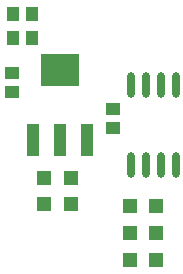
<source format=gbp>
G04 Layer_Color=128*
%FSLAX44Y44*%
%MOMM*%
G71*
G01*
G75*
%ADD11R,1.3000X1.0000*%
%ADD20R,1.0000X2.7000*%
%ADD21R,3.3000X2.7000*%
%ADD22O,0.6000X2.2000*%
%ADD23R,1.2500X1.3000*%
%ADD24R,1.3000X1.2500*%
%ADD25R,1.0000X1.3000*%
D11*
X35560Y-69470D02*
D03*
Y-85470D02*
D03*
X120650Y-115950D02*
D03*
Y-99950D02*
D03*
D20*
X99200Y-126020D02*
D03*
X76200D02*
D03*
X53200D02*
D03*
D21*
X76200Y-67020D02*
D03*
D22*
X173990Y-147030D02*
D03*
X161290D02*
D03*
X148590D02*
D03*
X135890D02*
D03*
X173990Y-79030D02*
D03*
X161290D02*
D03*
X148590D02*
D03*
X135890D02*
D03*
D23*
X157050Y-227330D02*
D03*
X135050D02*
D03*
Y-204470D02*
D03*
X157050D02*
D03*
Y-181610D02*
D03*
X135050D02*
D03*
D24*
X62230Y-157910D02*
D03*
Y-179910D02*
D03*
X85090D02*
D03*
Y-157910D02*
D03*
D25*
X52450Y-39370D02*
D03*
X36450D02*
D03*
X52450Y-19050D02*
D03*
X36450D02*
D03*
M02*

</source>
